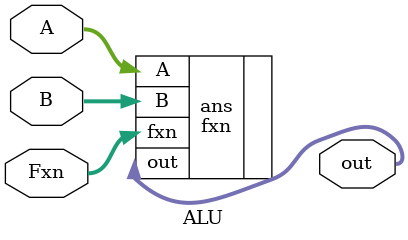
<source format=v>
module ALU(
        input [5:0] A,B,
        input [2:0] Fxn,
        output [5:0] out
    );
    fxn ans (.A(A), .B(B), .fxn(Fxn), .out(out));
endmodule

</source>
